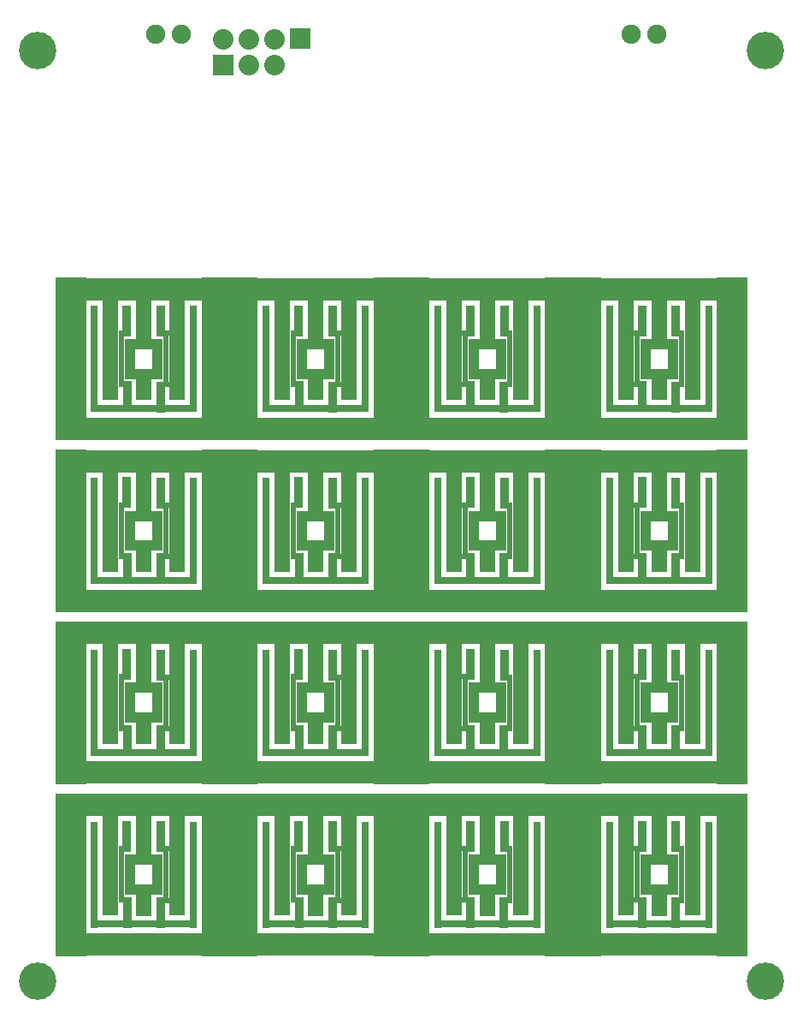
<source format=gbs>
G04 (created by PCBNEW (2013-mar-30)-stable) date Wed 12 Jun 2013 19:44:47 BST*
%MOIN*%
G04 Gerber Fmt 3.4, Leading zero omitted, Abs format*
%FSLAX34Y34*%
G01*
G70*
G90*
G04 APERTURE LIST*
%ADD10C,0*%
%ADD11C,0.145984*%
%ADD12R,0.08X0.08*%
%ADD13C,0.08*%
%ADD14C,0.075*%
%ADD15R,0.031811X0.118425*%
%ADD16R,0.023937X0.21685*%
%ADD17R,0.0475591X0.023937*%
%ADD18R,0.0593701X0.21685*%
%ADD19R,0.145984X0.039685*%
%ADD20R,0.039685X0.142047*%
%ADD21R,0.413701X0.027874*%
%ADD22R,0.027874X0.413701*%
%ADD23R,0.0593701X0.413701*%
%ADD24R,0.0593701X0.118425*%
%ADD25R,0.649921X0.0908661*%
%ADD26R,0.118425X0.634173*%
G04 APERTURE END LIST*
G54D10*
G54D11*
X62814Y-59606D03*
X34468Y-59606D03*
X62814Y-23385D03*
G54D12*
X44685Y-22933D03*
X41677Y-23944D03*
G54D13*
X41677Y-22944D03*
X42677Y-23944D03*
X42677Y-22944D03*
X43677Y-23944D03*
X43677Y-22944D03*
G54D14*
X57594Y-22748D03*
X58594Y-22748D03*
X40043Y-22759D03*
X39043Y-22759D03*
G54D11*
X34468Y-23385D03*
G54D15*
X37942Y-33907D03*
X37952Y-36860D03*
G54D16*
X37736Y-35383D03*
G54D17*
X37854Y-36387D03*
X37854Y-34379D03*
X39350Y-34389D03*
X39350Y-36397D03*
G54D16*
X39468Y-35393D03*
G54D15*
X39251Y-36870D03*
G54D18*
X38602Y-33897D03*
G54D19*
X38602Y-35974D03*
G54D20*
X38070Y-35423D03*
G54D21*
X38602Y-37322D03*
G54D15*
X39261Y-33917D03*
G54D22*
X36673Y-35393D03*
X40531Y-35393D03*
G54D23*
X37303Y-34921D03*
G54D24*
X38602Y-36397D03*
G54D23*
X39901Y-34921D03*
G54D25*
X38602Y-38110D03*
X38602Y-32677D03*
G54D20*
X39133Y-35403D03*
G54D26*
X35748Y-35393D03*
X41456Y-35393D03*
G54D19*
X38602Y-34812D03*
G54D15*
X37942Y-40600D03*
X37952Y-43553D03*
G54D16*
X37736Y-42076D03*
G54D17*
X37854Y-43080D03*
X37854Y-41072D03*
X39350Y-41082D03*
X39350Y-43090D03*
G54D16*
X39468Y-42086D03*
G54D15*
X39251Y-43562D03*
G54D18*
X38602Y-40590D03*
G54D19*
X38602Y-42667D03*
G54D20*
X38070Y-42116D03*
G54D21*
X38602Y-44015D03*
G54D15*
X39261Y-40610D03*
G54D22*
X36673Y-42086D03*
X40531Y-42086D03*
G54D23*
X37303Y-41614D03*
G54D24*
X38602Y-43090D03*
G54D23*
X39901Y-41614D03*
G54D25*
X38602Y-44803D03*
X38602Y-39370D03*
G54D20*
X39133Y-42096D03*
G54D26*
X35748Y-42086D03*
X41456Y-42086D03*
G54D19*
X38602Y-41505D03*
G54D15*
X37942Y-47293D03*
X37952Y-50246D03*
G54D16*
X37736Y-48769D03*
G54D17*
X37854Y-49773D03*
X37854Y-47765D03*
X39350Y-47775D03*
X39350Y-49783D03*
G54D16*
X39468Y-48779D03*
G54D15*
X39251Y-50255D03*
G54D18*
X38602Y-47283D03*
G54D19*
X38602Y-49360D03*
G54D20*
X38070Y-48809D03*
G54D21*
X38602Y-50708D03*
G54D15*
X39261Y-47303D03*
G54D22*
X36673Y-48779D03*
X40531Y-48779D03*
G54D23*
X37303Y-48307D03*
G54D24*
X38602Y-49783D03*
G54D23*
X39901Y-48307D03*
G54D25*
X38602Y-51496D03*
X38602Y-46062D03*
G54D20*
X39133Y-48789D03*
G54D26*
X35748Y-48779D03*
X41456Y-48779D03*
G54D19*
X38602Y-48198D03*
G54D15*
X37942Y-53986D03*
X37952Y-56938D03*
G54D16*
X37736Y-55462D03*
G54D17*
X37854Y-56466D03*
X37854Y-54458D03*
X39350Y-54468D03*
X39350Y-56476D03*
G54D16*
X39468Y-55472D03*
G54D15*
X39251Y-56948D03*
G54D18*
X38602Y-53976D03*
G54D19*
X38602Y-56053D03*
G54D20*
X38070Y-55501D03*
G54D21*
X38602Y-57401D03*
G54D15*
X39261Y-53996D03*
G54D22*
X36673Y-55472D03*
X40531Y-55472D03*
G54D23*
X37303Y-55000D03*
G54D24*
X38602Y-56476D03*
G54D23*
X39901Y-55000D03*
G54D25*
X38602Y-58188D03*
X38602Y-52755D03*
G54D20*
X39133Y-55482D03*
G54D26*
X35748Y-55472D03*
X41456Y-55472D03*
G54D19*
X38602Y-54891D03*
G54D15*
X44635Y-53986D03*
X44645Y-56938D03*
G54D16*
X44429Y-55462D03*
G54D17*
X44547Y-56466D03*
X44547Y-54458D03*
X46043Y-54468D03*
X46043Y-56476D03*
G54D16*
X46161Y-55472D03*
G54D15*
X45944Y-56948D03*
G54D18*
X45295Y-53976D03*
G54D19*
X45295Y-56053D03*
G54D20*
X44763Y-55501D03*
G54D21*
X45295Y-57401D03*
G54D15*
X45954Y-53996D03*
G54D22*
X43366Y-55472D03*
X47224Y-55472D03*
G54D23*
X43996Y-55000D03*
G54D24*
X45295Y-56476D03*
G54D23*
X46594Y-55000D03*
G54D25*
X45295Y-58188D03*
X45295Y-52755D03*
G54D20*
X45826Y-55482D03*
G54D26*
X42440Y-55472D03*
X48149Y-55472D03*
G54D19*
X45295Y-54891D03*
G54D15*
X44635Y-47293D03*
X44645Y-50246D03*
G54D16*
X44429Y-48769D03*
G54D17*
X44547Y-49773D03*
X44547Y-47765D03*
X46043Y-47775D03*
X46043Y-49783D03*
G54D16*
X46161Y-48779D03*
G54D15*
X45944Y-50255D03*
G54D18*
X45295Y-47283D03*
G54D19*
X45295Y-49360D03*
G54D20*
X44763Y-48809D03*
G54D21*
X45295Y-50708D03*
G54D15*
X45954Y-47303D03*
G54D22*
X43366Y-48779D03*
X47224Y-48779D03*
G54D23*
X43996Y-48307D03*
G54D24*
X45295Y-49783D03*
G54D23*
X46594Y-48307D03*
G54D25*
X45295Y-51496D03*
X45295Y-46062D03*
G54D20*
X45826Y-48789D03*
G54D26*
X42440Y-48779D03*
X48149Y-48779D03*
G54D19*
X45295Y-48198D03*
G54D15*
X44635Y-40600D03*
X44645Y-43553D03*
G54D16*
X44429Y-42076D03*
G54D17*
X44547Y-43080D03*
X44547Y-41072D03*
X46043Y-41082D03*
X46043Y-43090D03*
G54D16*
X46161Y-42086D03*
G54D15*
X45944Y-43562D03*
G54D18*
X45295Y-40590D03*
G54D19*
X45295Y-42667D03*
G54D20*
X44763Y-42116D03*
G54D21*
X45295Y-44015D03*
G54D15*
X45954Y-40610D03*
G54D22*
X43366Y-42086D03*
X47224Y-42086D03*
G54D23*
X43996Y-41614D03*
G54D24*
X45295Y-43090D03*
G54D23*
X46594Y-41614D03*
G54D25*
X45295Y-44803D03*
X45295Y-39370D03*
G54D20*
X45826Y-42096D03*
G54D26*
X42440Y-42086D03*
X48149Y-42086D03*
G54D19*
X45295Y-41505D03*
G54D15*
X44635Y-33907D03*
X44645Y-36860D03*
G54D16*
X44429Y-35383D03*
G54D17*
X44547Y-36387D03*
X44547Y-34379D03*
X46043Y-34389D03*
X46043Y-36397D03*
G54D16*
X46161Y-35393D03*
G54D15*
X45944Y-36870D03*
G54D18*
X45295Y-33897D03*
G54D19*
X45295Y-35974D03*
G54D20*
X44763Y-35423D03*
G54D21*
X45295Y-37322D03*
G54D15*
X45954Y-33917D03*
G54D22*
X43366Y-35393D03*
X47224Y-35393D03*
G54D23*
X43996Y-34921D03*
G54D24*
X45295Y-36397D03*
G54D23*
X46594Y-34921D03*
G54D25*
X45295Y-38110D03*
X45295Y-32677D03*
G54D20*
X45826Y-35403D03*
G54D26*
X42440Y-35393D03*
X48149Y-35393D03*
G54D19*
X45295Y-34812D03*
G54D15*
X58021Y-40600D03*
X58031Y-43553D03*
G54D16*
X57814Y-42076D03*
G54D17*
X57933Y-43080D03*
X57933Y-41072D03*
X59429Y-41082D03*
X59429Y-43090D03*
G54D16*
X59547Y-42086D03*
G54D15*
X59330Y-43562D03*
G54D18*
X58681Y-40590D03*
G54D19*
X58681Y-42667D03*
G54D20*
X58149Y-42116D03*
G54D21*
X58681Y-44015D03*
G54D15*
X59340Y-40610D03*
G54D22*
X56751Y-42086D03*
X60610Y-42086D03*
G54D23*
X57381Y-41614D03*
G54D24*
X58681Y-43090D03*
G54D23*
X59980Y-41614D03*
G54D25*
X58681Y-44803D03*
X58681Y-39370D03*
G54D20*
X59212Y-42096D03*
G54D26*
X55826Y-42086D03*
X61535Y-42086D03*
G54D19*
X58681Y-41505D03*
G54D15*
X58021Y-47293D03*
X58031Y-50246D03*
G54D16*
X57814Y-48769D03*
G54D17*
X57933Y-49773D03*
X57933Y-47765D03*
X59429Y-47775D03*
X59429Y-49783D03*
G54D16*
X59547Y-48779D03*
G54D15*
X59330Y-50255D03*
G54D18*
X58681Y-47283D03*
G54D19*
X58681Y-49360D03*
G54D20*
X58149Y-48809D03*
G54D21*
X58681Y-50708D03*
G54D15*
X59340Y-47303D03*
G54D22*
X56751Y-48779D03*
X60610Y-48779D03*
G54D23*
X57381Y-48307D03*
G54D24*
X58681Y-49783D03*
G54D23*
X59980Y-48307D03*
G54D25*
X58681Y-51496D03*
X58681Y-46062D03*
G54D20*
X59212Y-48789D03*
G54D26*
X55826Y-48779D03*
X61535Y-48779D03*
G54D19*
X58681Y-48198D03*
G54D15*
X58021Y-53986D03*
X58031Y-56938D03*
G54D16*
X57814Y-55462D03*
G54D17*
X57933Y-56466D03*
X57933Y-54458D03*
X59429Y-54468D03*
X59429Y-56476D03*
G54D16*
X59547Y-55472D03*
G54D15*
X59330Y-56948D03*
G54D18*
X58681Y-53976D03*
G54D19*
X58681Y-56053D03*
G54D20*
X58149Y-55501D03*
G54D21*
X58681Y-57401D03*
G54D15*
X59340Y-53996D03*
G54D22*
X56751Y-55472D03*
X60610Y-55472D03*
G54D23*
X57381Y-55000D03*
G54D24*
X58681Y-56476D03*
G54D23*
X59980Y-55000D03*
G54D25*
X58681Y-58188D03*
X58681Y-52755D03*
G54D20*
X59212Y-55482D03*
G54D26*
X55826Y-55472D03*
X61535Y-55472D03*
G54D19*
X58681Y-54891D03*
G54D15*
X58021Y-33907D03*
X58031Y-36860D03*
G54D16*
X57814Y-35383D03*
G54D17*
X57933Y-36387D03*
X57933Y-34379D03*
X59429Y-34389D03*
X59429Y-36397D03*
G54D16*
X59547Y-35393D03*
G54D15*
X59330Y-36870D03*
G54D18*
X58681Y-33897D03*
G54D19*
X58681Y-35974D03*
G54D20*
X58149Y-35423D03*
G54D21*
X58681Y-37322D03*
G54D15*
X59340Y-33917D03*
G54D22*
X56751Y-35393D03*
X60610Y-35393D03*
G54D23*
X57381Y-34921D03*
G54D24*
X58681Y-36397D03*
G54D23*
X59980Y-34921D03*
G54D25*
X58681Y-38110D03*
X58681Y-32677D03*
G54D20*
X59212Y-35403D03*
G54D26*
X55826Y-35393D03*
X61535Y-35393D03*
G54D19*
X58681Y-34812D03*
G54D15*
X51328Y-33907D03*
X51338Y-36860D03*
G54D16*
X51122Y-35383D03*
G54D17*
X51240Y-36387D03*
X51240Y-34379D03*
X52736Y-34389D03*
X52736Y-36397D03*
G54D16*
X52854Y-35393D03*
G54D15*
X52637Y-36870D03*
G54D18*
X51988Y-33897D03*
G54D19*
X51988Y-35974D03*
G54D20*
X51456Y-35423D03*
G54D21*
X51988Y-37322D03*
G54D15*
X52647Y-33917D03*
G54D22*
X50059Y-35393D03*
X53917Y-35393D03*
G54D23*
X50688Y-34921D03*
G54D24*
X51988Y-36397D03*
G54D23*
X53287Y-34921D03*
G54D25*
X51988Y-38110D03*
X51988Y-32677D03*
G54D20*
X52519Y-35403D03*
G54D26*
X49133Y-35393D03*
X54842Y-35393D03*
G54D19*
X51988Y-34812D03*
G54D15*
X51328Y-47293D03*
X51338Y-50246D03*
G54D16*
X51122Y-48769D03*
G54D17*
X51240Y-49773D03*
X51240Y-47765D03*
X52736Y-47775D03*
X52736Y-49783D03*
G54D16*
X52854Y-48779D03*
G54D15*
X52637Y-50255D03*
G54D18*
X51988Y-47283D03*
G54D19*
X51988Y-49360D03*
G54D20*
X51456Y-48809D03*
G54D21*
X51988Y-50708D03*
G54D15*
X52647Y-47303D03*
G54D22*
X50059Y-48779D03*
X53917Y-48779D03*
G54D23*
X50688Y-48307D03*
G54D24*
X51988Y-49783D03*
G54D23*
X53287Y-48307D03*
G54D25*
X51988Y-51496D03*
X51988Y-46062D03*
G54D20*
X52519Y-48789D03*
G54D26*
X49133Y-48779D03*
X54842Y-48779D03*
G54D19*
X51988Y-48198D03*
G54D15*
X51328Y-53986D03*
X51338Y-56938D03*
G54D16*
X51122Y-55462D03*
G54D17*
X51240Y-56466D03*
X51240Y-54458D03*
X52736Y-54468D03*
X52736Y-56476D03*
G54D16*
X52854Y-55472D03*
G54D15*
X52637Y-56948D03*
G54D18*
X51988Y-53976D03*
G54D19*
X51988Y-56053D03*
G54D20*
X51456Y-55501D03*
G54D21*
X51988Y-57401D03*
G54D15*
X52647Y-53996D03*
G54D22*
X50059Y-55472D03*
X53917Y-55472D03*
G54D23*
X50688Y-55000D03*
G54D24*
X51988Y-56476D03*
G54D23*
X53287Y-55000D03*
G54D25*
X51988Y-58188D03*
X51988Y-52755D03*
G54D20*
X52519Y-55482D03*
G54D26*
X49133Y-55472D03*
X54842Y-55472D03*
G54D19*
X51988Y-54891D03*
G54D15*
X51328Y-40600D03*
X51338Y-43553D03*
G54D16*
X51122Y-42076D03*
G54D17*
X51240Y-43080D03*
X51240Y-41072D03*
X52736Y-41082D03*
X52736Y-43090D03*
G54D16*
X52854Y-42086D03*
G54D15*
X52637Y-43562D03*
G54D18*
X51988Y-40590D03*
G54D19*
X51988Y-42667D03*
G54D20*
X51456Y-42116D03*
G54D21*
X51988Y-44015D03*
G54D15*
X52647Y-40610D03*
G54D22*
X50059Y-42086D03*
X53917Y-42086D03*
G54D23*
X50688Y-41614D03*
G54D24*
X51988Y-43090D03*
G54D23*
X53287Y-41614D03*
G54D25*
X51988Y-44803D03*
X51988Y-39370D03*
G54D20*
X52519Y-42096D03*
G54D26*
X49133Y-42086D03*
X54842Y-42086D03*
G54D19*
X51988Y-41505D03*
M02*

</source>
